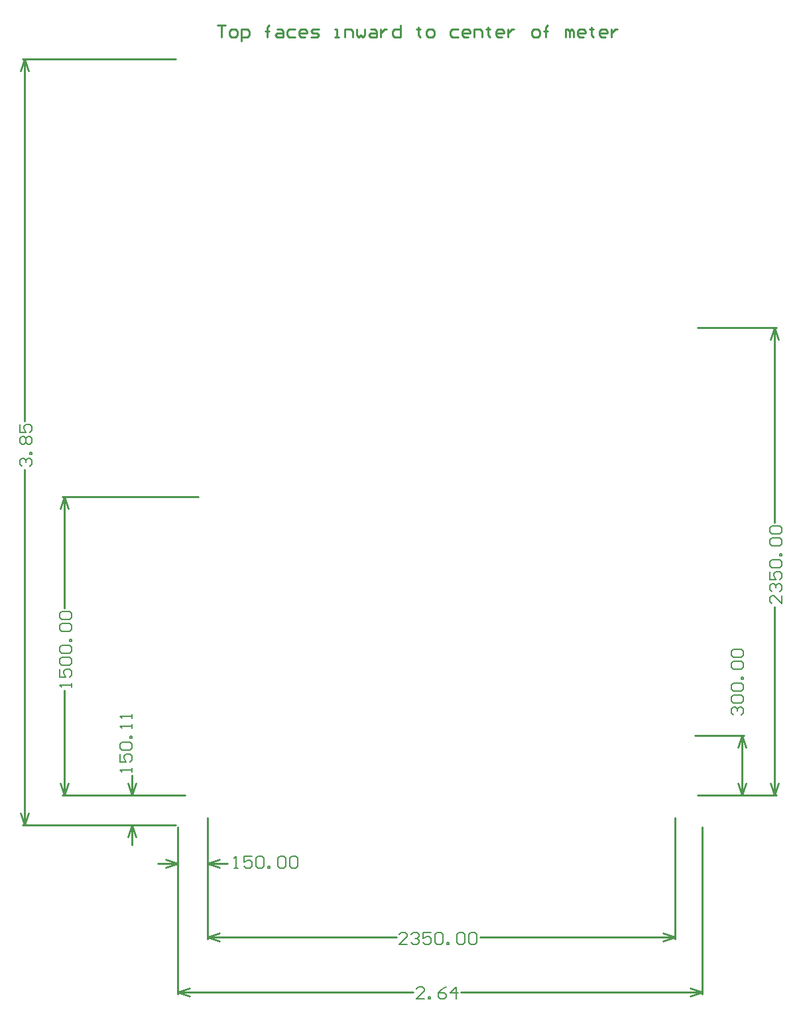
<source format=gbr>
G04 Layer_Color=16711935*
%FSLAX26Y26*%
%MOIN*%
%TF.FileFunction,Other,Mechanical_1*%
%TF.Part,Single*%
G01*
G75*
%TA.AperFunction,NonConductor*%
%ADD80C,0.010000*%
%ADD86C,0.006000*%
D80*
X-150110Y-997551D02*
Y-160110D01*
X2487685Y-997551D02*
Y-160110D01*
X-150110Y-987551D02*
X1031821D01*
X1273754D02*
X2487685D01*
X-150110D02*
X-90110Y-1007551D01*
X-150110Y-987551D02*
X-90110Y-967551D01*
X2427685D02*
X2487685Y-987551D01*
X2427685Y-1007551D02*
X2487685Y-987551D01*
X-931000Y3702000D02*
X-160111D01*
X-931000Y-150110D02*
X-160110D01*
X-921000Y1880911D02*
Y3702000D01*
Y-150110D02*
Y1638979D01*
X-941000Y3642000D02*
X-921000Y3702000D01*
X-901000Y3642000D01*
X-921000Y-150110D02*
X-901000Y-90110D01*
X-941000D02*
X-921000Y-150110D01*
X2462425Y0D02*
X2859890D01*
X2462425Y2350000D02*
X2859890D01*
X2849890Y0D02*
Y948063D01*
Y1369937D02*
Y2350000D01*
Y0D02*
X2869890Y60000D01*
X2829890D02*
X2849890Y0D01*
X2829890Y2290000D02*
X2849890Y2350000D01*
X2869890Y2290000D01*
X0Y-721961D02*
Y-112425D01*
X2350000Y-721961D02*
Y-112425D01*
X0Y-711961D02*
X948063D01*
X1369937D02*
X2350000D01*
X0D02*
X60000Y-731961D01*
X0Y-711961D02*
X60000Y-691961D01*
X2290000D02*
X2350000Y-711961D01*
X2290000Y-731961D02*
X2350000Y-711961D01*
X-150000Y-354008D02*
Y-160000D01*
X0Y-354008D02*
Y-112425D01*
Y-344008D02*
X100000D01*
X-250000D02*
X-150000D01*
X0D02*
X60000Y-364008D01*
X0Y-344008D02*
X60000Y-324008D01*
X-210000D02*
X-150000Y-344008D01*
X-210000Y-364008D02*
X-150000Y-344008D01*
X-392000Y0D02*
X-112425D01*
X-392000Y-150110D02*
X-160110D01*
X-382000Y-250110D02*
Y-150110D01*
Y0D02*
Y100000D01*
X-402000Y-210110D02*
X-382000Y-150110D01*
X-362000Y-210110D01*
X-382000Y0D02*
X-362000Y60000D01*
X-402000D02*
X-382000Y0D01*
X2462425D02*
X2694535D01*
X2447913Y300000D02*
X2694535D01*
X2684535Y0D02*
Y150000D01*
Y300000D01*
Y0D02*
X2704535Y60000D01*
X2664535D02*
X2684535Y0D01*
X2664535Y240000D02*
X2684535Y300000D01*
X2704535Y240000D01*
X-730000Y1500000D02*
X-47913D01*
X-730000Y0D02*
X-112425D01*
X-720000Y939938D02*
Y1500000D01*
Y0D02*
Y528061D01*
X-740000Y1440000D02*
X-720000Y1500000D01*
X-700000Y1440000D01*
X-720000Y0D02*
X-700000Y60000D01*
X-740000D02*
X-720000Y0D01*
X50000Y3869981D02*
X89987D01*
X69993D01*
Y3810000D01*
X119977D02*
X139971D01*
X149968Y3819997D01*
Y3839990D01*
X139971Y3849987D01*
X119977D01*
X109981Y3839990D01*
Y3819997D01*
X119977Y3810000D01*
X169961Y3790006D02*
Y3849987D01*
X199952D01*
X209948Y3839990D01*
Y3819997D01*
X199952Y3810000D01*
X169961D01*
X299919D02*
Y3859984D01*
Y3839990D01*
X289922D01*
X309916D01*
X299919D01*
Y3859984D01*
X309916Y3869981D01*
X349903Y3849987D02*
X369897D01*
X379893Y3839990D01*
Y3810000D01*
X349903D01*
X339906Y3819997D01*
X349903Y3829994D01*
X379893D01*
X439874Y3849987D02*
X409884D01*
X399887Y3839990D01*
Y3819997D01*
X409884Y3810000D01*
X439874D01*
X489858D02*
X469864D01*
X459867Y3819997D01*
Y3839990D01*
X469864Y3849987D01*
X489858D01*
X499854Y3839990D01*
Y3829994D01*
X459867D01*
X519848Y3810000D02*
X549838D01*
X559835Y3819997D01*
X549838Y3829994D01*
X529845D01*
X519848Y3839990D01*
X529845Y3849987D01*
X559835D01*
X639809Y3810000D02*
X659803D01*
X649806D01*
Y3849987D01*
X639809D01*
X689793Y3810000D02*
Y3849987D01*
X719783D01*
X729780Y3839990D01*
Y3810000D01*
X749774Y3849987D02*
Y3819997D01*
X759770Y3810000D01*
X769767Y3819997D01*
X779764Y3810000D01*
X789761Y3819997D01*
Y3849987D01*
X819751D02*
X839745D01*
X849741Y3839990D01*
Y3810000D01*
X819751D01*
X809754Y3819997D01*
X819751Y3829994D01*
X849741D01*
X869735Y3849987D02*
Y3810000D01*
Y3829994D01*
X879732Y3839990D01*
X889728Y3849987D01*
X899725D01*
X969702Y3869981D02*
Y3810000D01*
X939712D01*
X929715Y3819997D01*
Y3839990D01*
X939712Y3849987D01*
X969702D01*
X1059673Y3859984D02*
Y3849987D01*
X1049677D01*
X1069670D01*
X1059673D01*
Y3819997D01*
X1069670Y3810000D01*
X1109657D02*
X1129651D01*
X1139648Y3819997D01*
Y3839990D01*
X1129651Y3849987D01*
X1109657D01*
X1099660Y3839990D01*
Y3819997D01*
X1109657Y3810000D01*
X1259609Y3849987D02*
X1229618D01*
X1219622Y3839990D01*
Y3819997D01*
X1229618Y3810000D01*
X1259609D01*
X1309592D02*
X1289599D01*
X1279602Y3819997D01*
Y3839990D01*
X1289599Y3849987D01*
X1309592D01*
X1319589Y3839990D01*
Y3829994D01*
X1279602D01*
X1339583Y3810000D02*
Y3849987D01*
X1369573D01*
X1379570Y3839990D01*
Y3810000D01*
X1409560Y3859984D02*
Y3849987D01*
X1399563D01*
X1419557D01*
X1409560D01*
Y3819997D01*
X1419557Y3810000D01*
X1479537D02*
X1459544D01*
X1449547Y3819997D01*
Y3839990D01*
X1459544Y3849987D01*
X1479537D01*
X1489534Y3839990D01*
Y3829994D01*
X1449547D01*
X1509528Y3849987D02*
Y3810000D01*
Y3829994D01*
X1519525Y3839990D01*
X1529521Y3849987D01*
X1539518D01*
X1639486Y3810000D02*
X1659479D01*
X1669476Y3819997D01*
Y3839990D01*
X1659479Y3849987D01*
X1639486D01*
X1629489Y3839990D01*
Y3819997D01*
X1639486Y3810000D01*
X1699466D02*
Y3859984D01*
Y3839990D01*
X1689470D01*
X1709463D01*
X1699466D01*
Y3859984D01*
X1709463Y3869981D01*
X1799434Y3810000D02*
Y3849987D01*
X1809431D01*
X1819428Y3839990D01*
Y3810000D01*
Y3839990D01*
X1829424Y3849987D01*
X1839421Y3839990D01*
Y3810000D01*
X1889405D02*
X1869411D01*
X1859415Y3819997D01*
Y3839990D01*
X1869411Y3849987D01*
X1889405D01*
X1899402Y3839990D01*
Y3829994D01*
X1859415D01*
X1929392Y3859984D02*
Y3849987D01*
X1919395D01*
X1939389D01*
X1929392D01*
Y3819997D01*
X1939389Y3810000D01*
X1999369D02*
X1979376D01*
X1969379Y3819997D01*
Y3839990D01*
X1979376Y3849987D01*
X1999369D01*
X2009366Y3839990D01*
Y3829994D01*
X1969379D01*
X2029360Y3849987D02*
Y3810000D01*
Y3829994D01*
X2039356Y3839990D01*
X2049353Y3849987D01*
X2059350D01*
D86*
X1087809Y-1023542D02*
X1047821D01*
X1087809Y-983554D01*
Y-973558D01*
X1077812Y-963561D01*
X1057818D01*
X1047821Y-973558D01*
X1107802Y-1023542D02*
Y-1013545D01*
X1117799D01*
Y-1023542D01*
X1107802D01*
X1197773Y-963561D02*
X1177779Y-973558D01*
X1157786Y-993551D01*
Y-1013545D01*
X1167783Y-1023542D01*
X1187776D01*
X1197773Y-1013545D01*
Y-1003548D01*
X1187776Y-993551D01*
X1157786D01*
X1247757Y-1023542D02*
Y-963561D01*
X1217766Y-993551D01*
X1257754D01*
X-934994Y1654979D02*
X-944990Y1664976D01*
Y1684969D01*
X-934994Y1694966D01*
X-924997D01*
X-915000Y1684969D01*
Y1674972D01*
Y1684969D01*
X-905003Y1694966D01*
X-895006D01*
X-885010Y1684969D01*
Y1664976D01*
X-895006Y1654979D01*
X-885010Y1714959D02*
X-895006D01*
Y1724956D01*
X-885010D01*
Y1714959D01*
X-934994Y1764943D02*
X-944990Y1774940D01*
Y1794934D01*
X-934994Y1804930D01*
X-924997D01*
X-915000Y1794934D01*
X-905003Y1804930D01*
X-895006D01*
X-885010Y1794934D01*
Y1774940D01*
X-895006Y1764943D01*
X-905003D01*
X-915000Y1774940D01*
X-924997Y1764943D01*
X-934994D01*
X-915000Y1774940D02*
Y1794934D01*
X-944990Y1864911D02*
Y1824924D01*
X-915000D01*
X-924997Y1844917D01*
Y1854914D01*
X-915000Y1864911D01*
X-895006D01*
X-885010Y1854914D01*
Y1834921D01*
X-895006Y1824924D01*
X2885880Y1004050D02*
Y964063D01*
X2845893Y1004050D01*
X2835896D01*
X2825899Y994053D01*
Y974060D01*
X2835896Y964063D01*
Y1024044D02*
X2825899Y1034040D01*
Y1054034D01*
X2835896Y1064031D01*
X2845893D01*
X2855890Y1054034D01*
Y1044037D01*
Y1054034D01*
X2865887Y1064031D01*
X2875883D01*
X2885880Y1054034D01*
Y1034040D01*
X2875883Y1024044D01*
X2825899Y1124011D02*
Y1084024D01*
X2855890D01*
X2845893Y1104018D01*
Y1114014D01*
X2855890Y1124011D01*
X2875883D01*
X2885880Y1114014D01*
Y1094021D01*
X2875883Y1084024D01*
X2835896Y1144005D02*
X2825899Y1154002D01*
Y1173995D01*
X2835896Y1183992D01*
X2875883D01*
X2885880Y1173995D01*
Y1154002D01*
X2875883Y1144005D01*
X2835896D01*
X2885880Y1203985D02*
X2875883D01*
Y1213982D01*
X2885880D01*
Y1203985D01*
X2835896Y1253969D02*
X2825899Y1263966D01*
Y1283959D01*
X2835896Y1293956D01*
X2875883D01*
X2885880Y1283959D01*
Y1263966D01*
X2875883Y1253969D01*
X2835896D01*
Y1313950D02*
X2825899Y1323947D01*
Y1343940D01*
X2835896Y1353937D01*
X2875883D01*
X2885880Y1343940D01*
Y1323947D01*
X2875883Y1313950D01*
X2835896D01*
X1004050Y-747951D02*
X964063D01*
X1004050Y-707964D01*
Y-697967D01*
X994053Y-687970D01*
X974060D01*
X964063Y-697967D01*
X1024044D02*
X1034040Y-687970D01*
X1054034D01*
X1064031Y-697967D01*
Y-707964D01*
X1054034Y-717961D01*
X1044037D01*
X1054034D01*
X1064031Y-727957D01*
Y-737954D01*
X1054034Y-747951D01*
X1034040D01*
X1024044Y-737954D01*
X1124011Y-687970D02*
X1084024D01*
Y-717961D01*
X1104018Y-707964D01*
X1114014D01*
X1124011Y-717961D01*
Y-737954D01*
X1114014Y-747951D01*
X1094021D01*
X1084024Y-737954D01*
X1144005Y-697967D02*
X1154002Y-687970D01*
X1173995D01*
X1183992Y-697967D01*
Y-737954D01*
X1173995Y-747951D01*
X1154002D01*
X1144005Y-737954D01*
Y-697967D01*
X1203985Y-747951D02*
Y-737954D01*
X1213982D01*
Y-747951D01*
X1203985D01*
X1253969Y-697967D02*
X1263966Y-687970D01*
X1283959D01*
X1293956Y-697967D01*
Y-737954D01*
X1283959Y-747951D01*
X1263966D01*
X1253969Y-737954D01*
Y-697967D01*
X1313950D02*
X1323947Y-687970D01*
X1343940D01*
X1353937Y-697967D01*
Y-737954D01*
X1343940Y-747951D01*
X1323947D01*
X1313950Y-737954D01*
Y-697967D01*
X131386Y-365661D02*
X151379D01*
X141383D01*
Y-305681D01*
X131386Y-315678D01*
X221357Y-305681D02*
X181370D01*
Y-335671D01*
X201363Y-325674D01*
X211360D01*
X221357Y-335671D01*
Y-355665D01*
X211360Y-365661D01*
X191367D01*
X181370Y-355665D01*
X241350Y-315678D02*
X251347Y-305681D01*
X271341D01*
X281337Y-315678D01*
Y-355665D01*
X271341Y-365661D01*
X251347D01*
X241350Y-355665D01*
Y-315678D01*
X301331Y-365661D02*
Y-355665D01*
X311328D01*
Y-365661D01*
X301331D01*
X351315Y-315678D02*
X361312Y-305681D01*
X381305D01*
X391302Y-315678D01*
Y-355665D01*
X381305Y-365661D01*
X361312D01*
X351315Y-355665D01*
Y-315678D01*
X411295D02*
X421292Y-305681D01*
X441286D01*
X451282Y-315678D01*
Y-355665D01*
X441286Y-365661D01*
X421292D01*
X411295Y-355665D01*
Y-315678D01*
X-382000Y118000D02*
Y137994D01*
Y127997D01*
X-441981D01*
X-431984Y118000D01*
X-441981Y207971D02*
Y167984D01*
X-411990D01*
X-421987Y187977D01*
Y197974D01*
X-411990Y207971D01*
X-391997D01*
X-382000Y197974D01*
Y177981D01*
X-391997Y167984D01*
X-431984Y227964D02*
X-441981Y237961D01*
Y257955D01*
X-431984Y267952D01*
X-391997D01*
X-382000Y257955D01*
Y237961D01*
X-391997Y227964D01*
X-431984D01*
X-382000Y287945D02*
X-391997D01*
Y297942D01*
X-382000D01*
Y287945D01*
Y337929D02*
Y357922D01*
Y347926D01*
X-441981D01*
X-431984Y337929D01*
X-382000Y387913D02*
Y407906D01*
Y397909D01*
X-441981D01*
X-431984Y387913D01*
X2642426Y405008D02*
X2632429Y415005D01*
Y434998D01*
X2642426Y444995D01*
X2652422D01*
X2662419Y434998D01*
Y425001D01*
Y434998D01*
X2672416Y444995D01*
X2682413D01*
X2692410Y434998D01*
Y415005D01*
X2682413Y405008D01*
X2642426Y464988D02*
X2632429Y474985D01*
Y494979D01*
X2642426Y504976D01*
X2682413D01*
X2692410Y494979D01*
Y474985D01*
X2682413Y464988D01*
X2642426D01*
Y524969D02*
X2632429Y534966D01*
Y554959D01*
X2642426Y564956D01*
X2682413D01*
X2692410Y554959D01*
Y534966D01*
X2682413Y524969D01*
X2642426D01*
X2692410Y584950D02*
X2682413D01*
Y594947D01*
X2692410D01*
Y584950D01*
X2642426Y634933D02*
X2632429Y644930D01*
Y664924D01*
X2642426Y674921D01*
X2682413D01*
X2692410Y664924D01*
Y644930D01*
X2682413Y634933D01*
X2642426D01*
Y694914D02*
X2632429Y704911D01*
Y724904D01*
X2642426Y734901D01*
X2682413D01*
X2692410Y724904D01*
Y704911D01*
X2682413Y694914D01*
X2642426D01*
X-684010Y544061D02*
Y564055D01*
Y554058D01*
X-743990D01*
X-733994Y544061D01*
X-743990Y634032D02*
Y594045D01*
X-714000D01*
X-723997Y614039D01*
Y624035D01*
X-714000Y634032D01*
X-694006D01*
X-684010Y624035D01*
Y604042D01*
X-694006Y594045D01*
X-733994Y654026D02*
X-743990Y664023D01*
Y684016D01*
X-733994Y694013D01*
X-694006D01*
X-684010Y684016D01*
Y664023D01*
X-694006Y654026D01*
X-733994D01*
Y714006D02*
X-743990Y724003D01*
Y743997D01*
X-733994Y753994D01*
X-694006D01*
X-684010Y743997D01*
Y724003D01*
X-694006Y714006D01*
X-733994D01*
X-684010Y773987D02*
X-694006D01*
Y783984D01*
X-684010D01*
Y773987D01*
X-733994Y823971D02*
X-743990Y833968D01*
Y853961D01*
X-733994Y863958D01*
X-694006D01*
X-684010Y853961D01*
Y833968D01*
X-694006Y823971D01*
X-733994D01*
Y883951D02*
X-743990Y893948D01*
Y913942D01*
X-733994Y923938D01*
X-694006D01*
X-684010Y913942D01*
Y893948D01*
X-694006Y883951D01*
X-733994D01*
%TF.MD5,945775265db4440f5b6b8cf6fc03b037*%
M02*

</source>
